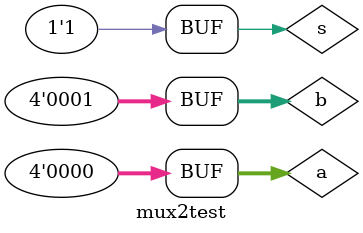
<source format=v>
`timescale 1ns / 1ps


module mux2test;

	// Inputs
	reg [3:0] a;
	reg [3:0] b;
	reg s;

	// Outputs
	wire [3:0] z;

	// Instantiate the Unit Under Test (UUT)
	mux21 uut (
		.a(a), 
		.b(b), 
		.s(s), 
		.z(z)
	);
	
	// Initialize Inputs
	initial begin
	a = 0;
	b = 1;
	s = 0;
	
	#100;
	
	s = 1;
	
	#100;
	
	s = 0;
	
	#100;
	
	s = 1;
	
	#100;
	
	s = 0;
	
	#100;
	
	s = 1;
	end
endmodule


</source>
